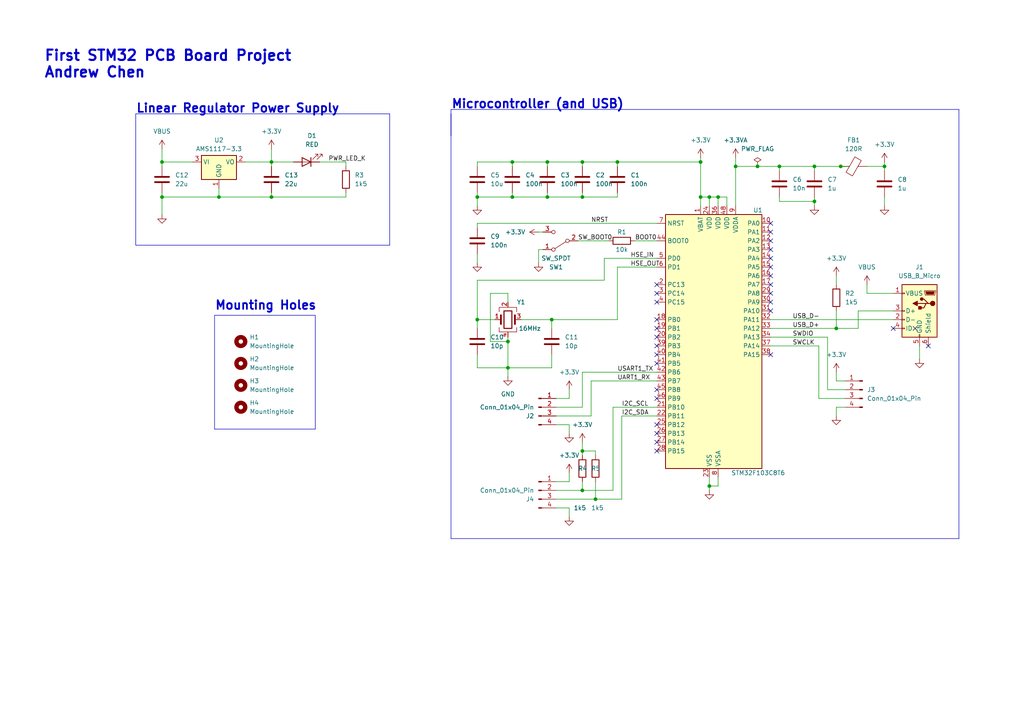
<source format=kicad_sch>
(kicad_sch (version 20230121) (generator eeschema)
  (paper "A4")
  (title_block (title "First Circuit Design Project") (date "2025-08-03") (company "Andrew Chen"))
  (lib_symbols
    (symbol "Connector:Conn_01x04_Pin" (pin_names (offset 1.016) hide)
      (property "Reference" "J" (at 0 5.08 0))
      (property "Value" "Conn_01x04_Pin" (at 0 -7.62 0))
      (symbol "Conn_01x04_Pin_1_1"
        (polyline (pts (xy 1.27 -5.08) (xy 0.8636 -5.08)) (stroke (width 0.1524)))
        (polyline (pts (xy 1.27 -2.54) (xy 0.8636 -2.54)) (stroke (width 0.1524)))
        (polyline (pts (xy 1.27 0) (xy 0.8636 0)) (stroke (width 0.1524)))
        (polyline (pts (xy 1.27 2.54) (xy 0.8636 2.54)) (stroke (width 0.1524)))
        (rectangle (start 0.8636 -4.953) (end 0 -5.207) (stroke (width 0.1524)) (fill (type outline)))
        (rectangle (start 0.8636 -2.413) (end 0 -2.667) (stroke (width 0.1524)) (fill (type outline)))
        (rectangle (start 0.8636 0.127) (end 0 -0.127) (stroke (width 0.1524)) (fill (type outline)))
        (rectangle (start 0.8636 2.667) (end 0 2.413) (stroke (width 0.1524)) (fill (type outline)))
        (pin passive line (at 5.08 2.54 180) (length 3.81) (name "Pin_1") (number "1"))
        (pin passive line (at 5.08 0 180) (length 3.81) (name "Pin_2") (number "2"))
        (pin passive line (at 5.08 -2.54 180) (length 3.81) (name "Pin_3") (number "3"))
        (pin passive line (at 5.08 -5.08 180) (length 3.81) (name "Pin_4") (number "4"))
      )
    )
    (symbol "Connector:USB_B_Micro" (pin_names (offset 1.016))
      (property "Reference" "J" (at -5.08 11.43 0))
      (property "Value" "USB_B_Micro" (at -5.08 8.89 0))
      (symbol "USB_B_Micro_0_1"
        (rectangle (start -5.08 -7.62) (end 5.08 7.62) (stroke (width 0.254)) (fill (type background)))
        (circle (center -3.81 2.159) (radius 0.635) (stroke (width 0.254)) (fill (type outline)))
        (circle (center -0.635 3.429) (radius 0.381) (stroke (width 0.254)) (fill (type outline)))
        (rectangle (start -0.127 -7.62) (end 0.127 -6.858))
        (polyline (pts (xy -1.905 2.159) (xy 0.635 2.159)) (stroke (width 0.254)))
        (polyline (pts (xy -3.175 2.159) (xy -2.54 2.159) (xy -1.27 3.429) (xy -0.635 3.429)) (stroke (width 0.254)))
        (polyline (pts (xy -2.54 2.159) (xy -1.905 2.159) (xy -1.27 0.889) (xy 0 0.889)) (stroke (width 0.254)))
        (polyline (pts (xy 0.635 2.794) (xy 0.635 1.524) (xy 1.905 2.159) (xy 0.635 2.794)) (stroke (width 0.254)) (fill (type outline)))
        (polyline (pts (xy -4.318 5.588) (xy -1.778 5.588) (xy -2.032 4.826) (xy -4.064 4.826) (xy -4.318 5.588)) (fill (type outline)))
        (polyline (pts (xy -4.699 5.842) (xy -4.699 5.588) (xy -4.445 4.826) (xy -4.445 4.572) (xy -1.651 4.572) (xy -1.651 4.826) (xy -1.397 5.588) (xy -1.397 5.842) (xy -4.699 5.842)))
        (rectangle (start 0.254 1.27) (end -0.508 0.508) (stroke (width 0.254)) (fill (type outline)))
        (rectangle (start 5.08 -5.207) (end 4.318 -4.953))
        (rectangle (start 5.08 -2.667) (end 4.318 -2.413))
        (rectangle (start 5.08 -0.127) (end 4.318 0.127))
        (rectangle (start 5.08 4.953) (end 4.318 5.207))
      )
      (symbol "USB_B_Micro_1_1"
        (pin power_out line (at 7.62 5.08 180) (length 2.54) (name "VBUS") (number "1"))
        (pin bidirectional line (at 7.62 -2.54 180) (length 2.54) (name "D-") (number "2"))
        (pin bidirectional line (at 7.62 0 180) (length 2.54) (name "D+") (number "3"))
        (pin passive line (at 7.62 -5.08 180) (length 2.54) (name "ID") (number "4"))
        (pin power_out line (at 0 -10.16 90) (length 2.54) (name "GND") (number "5"))
        (pin passive line (at -2.54 -10.16 90) (length 2.54) (name "Shield") (number "6"))
      )
    )
    (symbol "Device:C" (pin_numbers hide) (pin_names (offset 0.254))
      (property "Reference" "C" (at 0.635 2.54 0))
      (property "Value" "C" (at 0.635 -2.54 0))
      (symbol "C_0_1"
        (polyline (pts (xy -2.032 -0.762) (xy 2.032 -0.762)) (stroke (width 0.508)))
        (polyline (pts (xy -2.032 0.762) (xy 2.032 0.762)) (stroke (width 0.508)))
      )
      (symbol "C_1_1"
        (pin passive line (at 0 3.81 270) (length 2.794) (name "~") (number "1"))
        (pin passive line (at 0 -3.81 90) (length 2.794) (name "~") (number "2"))
      )
    )
    (symbol "Device:Crystal_GND24" (pin_names (offset 1.016) hide)
      (property "Reference" "Y" (at 3.175 5.08 0))
      (property "Value" "Crystal_GND24" (at 3.175 3.175 0))
      (symbol "Crystal_GND24_0_1"
        (rectangle (start -1.143 2.54) (end 1.143 -2.54) (stroke (width 0.3048)))
        (polyline (pts (xy -2.54 0) (xy -2.032 0)))
        (polyline (pts (xy -2.032 -1.27) (xy -2.032 1.27)) (stroke (width 0.508)))
        (polyline (pts (xy 0 -3.81) (xy 0 -3.556)))
        (polyline (pts (xy 0 3.556) (xy 0 3.81)))
        (polyline (pts (xy 2.032 -1.27) (xy 2.032 1.27)) (stroke (width 0.508)))
        (polyline (pts (xy 2.032 0) (xy 2.54 0)))
        (polyline (pts (xy -2.54 -2.286) (xy -2.54 -3.556) (xy 2.54 -3.556) (xy 2.54 -2.286)))
        (polyline (pts (xy -2.54 2.286) (xy -2.54 3.556) (xy 2.54 3.556) (xy 2.54 2.286)))
      )
      (symbol "Crystal_GND24_1_1"
        (pin passive line (at -3.81 0 0) (length 1.27) (name "1") (number "1"))
        (pin passive line (at 0 5.08 270) (length 1.27) (name "2") (number "2"))
        (pin passive line (at 3.81 0 180) (length 1.27) (name "3") (number "3"))
        (pin passive line (at 0 -5.08 90) (length 1.27) (name "4") (number "4"))
      )
    )
    (symbol "Device:FerriteBead" (pin_numbers hide) (pin_names (offset 0))
      (property "Reference" "FB" (at -3.81 0.635 90))
      (property "Value" "FerriteBead" (at 3.81 0 90))
      (symbol "FerriteBead_0_1"
        (polyline (pts (xy 0 -1.27) (xy 0 -1.2192)))
        (polyline (pts (xy 0 1.27) (xy 0 1.2954)))
        (polyline (pts (xy -2.7686 0.4064) (xy -1.7018 2.2606) (xy 2.7686 -0.3048) (xy 1.6764 -2.159) (xy -2.7686 0.4064)))
      )
      (symbol "FerriteBead_1_1"
        (pin passive line (at 0 3.81 270) (length 2.54) (name "~") (number "1"))
        (pin passive line (at 0 -3.81 90) (length 2.54) (name "~") (number "2"))
      )
    )
    (symbol "Device:LED" (pin_numbers hide) (pin_names (offset 1.016) hide)
      (property "Reference" "D" (at 0 2.54 0))
      (property "Value" "LED" (at 0 -2.54 0))
      (symbol "LED_0_1"
        (polyline (pts (xy -1.27 -1.27) (xy -1.27 1.27)) (stroke (width 0.254)))
        (polyline (pts (xy -1.27 0) (xy 1.27 0)))
        (polyline (pts (xy 1.27 -1.27) (xy 1.27 1.27) (xy -1.27 0) (xy 1.27 -1.27)) (stroke (width 0.254)))
        (polyline (pts (xy -3.048 -0.762) (xy -4.572 -2.286) (xy -3.81 -2.286) (xy -4.572 -2.286) (xy -4.572 -1.524)))
        (polyline (pts (xy -1.778 -0.762) (xy -3.302 -2.286) (xy -2.54 -2.286) (xy -3.302 -2.286) (xy -3.302 -1.524)))
      )
      (symbol "LED_1_1"
        (pin passive line (at -3.81 0 0) (length 2.54) (name "K") (number "1"))
        (pin passive line (at 3.81 0 180) (length 2.54) (name "A") (number "2"))
      )
    )
    (symbol "Device:R" (pin_numbers hide) (pin_names (offset 0))
      (property "Reference" "R" (at 2.032 0 90))
      (property "Value" "R" (at 0 0 90))
      (symbol "R_0_1"
        (rectangle (start -1.016 -2.54) (end 1.016 2.54) (stroke (width 0.254)))
      )
      (symbol "R_1_1"
        (pin passive line (at 0 3.81 270) (length 1.27) (name "~") (number "1"))
        (pin passive line (at 0 -3.81 90) (length 1.27) (name "~") (number "2"))
      )
    )
    (symbol "MCU_ST_STM32F1:STM32F103C8Tx"
      (property "Reference" "U" (at -12.7 39.37 0))
      (property "Value" "STM32F103C8Tx" (at 10.16 39.37 0))
      (symbol "STM32F103C8Tx_0_1"
        (rectangle (start -12.7 -35.56) (end 15.24 38.1) (stroke (width 0.254)) (fill (type background)))
      )
      (symbol "STM32F103C8Tx_1_1"
        (pin power_in line (at -2.54 40.64 270) (length 2.54) (name "VBAT") (number "1"))
        (pin bidirectional line (at 17.78 35.56 180) (length 2.54) (name "PA0") (number "10"))
        (pin bidirectional line (at 17.78 33.02 180) (length 2.54) (name "PA1") (number "11"))
        (pin bidirectional line (at 17.78 30.48 180) (length 2.54) (name "PA2") (number "12"))
        (pin bidirectional line (at 17.78 27.94 180) (length 2.54) (name "PA3") (number "13"))
        (pin bidirectional line (at 17.78 25.4 180) (length 2.54) (name "PA4") (number "14"))
        (pin bidirectional line (at 17.78 22.86 180) (length 2.54) (name "PA5") (number "15"))
        (pin bidirectional line (at 17.78 20.32 180) (length 2.54) (name "PA6") (number "16"))
        (pin bidirectional line (at 17.78 17.78 180) (length 2.54) (name "PA7") (number "17"))
        (pin bidirectional line (at -15.24 7.62 0) (length 2.54) (name "PB0") (number "18"))
        (pin bidirectional line (at -15.24 5.08 0) (length 2.54) (name "PB1") (number "19"))
        (pin bidirectional line (at -15.24 17.78 0) (length 2.54) (name "PC13") (number "2"))
        (pin bidirectional line (at -15.24 2.54 0) (length 2.54) (name "PB2") (number "20"))
        (pin bidirectional line (at -15.24 -17.78 0) (length 2.54) (name "PB10") (number "21"))
        (pin bidirectional line (at -15.24 -20.32 0) (length 2.54) (name "PB11") (number "22"))
        (pin power_in line (at 0 -38.1 90) (length 2.54) (name "VSS") (number "23"))
        (pin power_in line (at 0 40.64 270) (length 2.54) (name "VDD") (number "24"))
        (pin bidirectional line (at -15.24 -22.86 0) (length 2.54) (name "PB12") (number "25"))
        (pin bidirectional line (at -15.24 -25.4 0) (length 2.54) (name "PB13") (number "26"))
        (pin bidirectional line (at -15.24 -27.94 0) (length 2.54) (name "PB14") (number "27"))
        (pin bidirectional line (at -15.24 -30.48 0) (length 2.54) (name "PB15") (number "28"))
        (pin bidirectional line (at 17.78 15.24 180) (length 2.54) (name "PA8") (number "29"))
        (pin bidirectional line (at -15.24 15.24 0) (length 2.54) (name "PC14") (number "3"))
        (pin bidirectional line (at 17.78 12.7 180) (length 2.54) (name "PA9") (number "30"))
        (pin bidirectional line (at 17.78 10.16 180) (length 2.54) (name "PA10") (number "31"))
        (pin bidirectional line (at 17.78 7.62 180) (length 2.54) (name "PA11") (number "32"))
        (pin bidirectional line (at 17.78 5.08 180) (length 2.54) (name "PA12") (number "33"))
        (pin bidirectional line (at 17.78 2.54 180) (length 2.54) (name "PA13") (number "34"))
        (pin passive line (at 0 -38.1 90) (length 2.54) hide (name "VSS") (number "35"))
        (pin power_in line (at 2.54 40.64 270) (length 2.54) (name "VDD") (number "36"))
        (pin bidirectional line (at 17.78 0 180) (length 2.54) (name "PA14") (number "37"))
        (pin bidirectional line (at 17.78 -2.54 180) (length 2.54) (name "PA15") (number "38"))
        (pin bidirectional line (at -15.24 0 0) (length 2.54) (name "PB3") (number "39"))
        (pin bidirectional line (at -15.24 12.7 0) (length 2.54) (name "PC15") (number "4"))
        (pin bidirectional line (at -15.24 -2.54 0) (length 2.54) (name "PB4") (number "40"))
        (pin bidirectional line (at -15.24 -5.08 0) (length 2.54) (name "PB5") (number "41"))
        (pin bidirectional line (at -15.24 -7.62 0) (length 2.54) (name "PB6") (number "42"))
        (pin bidirectional line (at -15.24 -10.16 0) (length 2.54) (name "PB7") (number "43"))
        (pin input line (at -15.24 30.48 0) (length 2.54) (name "BOOT0") (number "44"))
        (pin bidirectional line (at -15.24 -12.7 0) (length 2.54) (name "PB8") (number "45"))
        (pin bidirectional line (at -15.24 -15.24 0) (length 2.54) (name "PB9") (number "46"))
        (pin passive line (at 0 -38.1 90) (length 2.54) hide (name "VSS") (number "47"))
        (pin power_in line (at 5.08 40.64 270) (length 2.54) (name "VDD") (number "48"))
        (pin bidirectional line (at -15.24 25.4 0) (length 2.54) (name "PD0") (number "5"))
        (pin bidirectional line (at -15.24 22.86 0) (length 2.54) (name "PD1") (number "6"))
        (pin input line (at -15.24 35.56 0) (length 2.54) (name "NRST") (number "7"))
        (pin power_in line (at 2.54 -38.1 90) (length 2.54) (name "VSSA") (number "8"))
        (pin power_in line (at 7.62 40.64 270) (length 2.54) (name "VDDA") (number "9"))
      )
    )
    (symbol "Mechanical:MountingHole" (pin_names (offset 1.016))
      (property "Reference" "H" (at 0 5.08 0))
      (property "Value" "MountingHole" (at 0 3.175 0))
      (symbol "MountingHole_0_1"
        (circle (center 0 0) (radius 1.27) (stroke (width 1.27)))
      )
    )
    (symbol "Regulator_Linear:AMS1117-3.3"
      (property "Reference" "U" (at -3.81 3.175 0))
      (property "Value" "AMS1117-3.3" (at 0 3.175 0))
      (symbol "AMS1117-3.3_0_1"
        (rectangle (start -5.08 -5.08) (end 5.08 1.905) (stroke (width 0.254)) (fill (type background)))
      )
      (symbol "AMS1117-3.3_1_1"
        (pin power_in line (at 0 -7.62 90) (length 2.54) (name "GND") (number "1"))
        (pin power_out line (at 7.62 0 180) (length 2.54) (name "VO") (number "2"))
        (pin power_in line (at -7.62 0 0) (length 2.54) (name "VI") (number "3"))
      )
    )
    (symbol "Switch:SW_SPDT" (pin_names (offset 0) hide)
      (property "Reference" "SW" (at 0 4.318 0))
      (property "Value" "SW_SPDT" (at 0 -5.08 0))
      (symbol "SW_SPDT_0_0"
        (circle (center -2.032 0) (radius 0.508))
        (circle (center 2.032 -2.54) (radius 0.508))
      )
      (symbol "SW_SPDT_0_1"
        (polyline (pts (xy -1.524 0.254) (xy 1.651 2.286)))
        (circle (center 2.032 2.54) (radius 0.508))
      )
      (symbol "SW_SPDT_1_1"
        (pin passive line (at 5.08 2.54 180) (length 2.54) (name "A") (number "1"))
        (pin passive line (at -5.08 0 0) (length 2.54) (name "B") (number "2"))
        (pin passive line (at 5.08 -2.54 180) (length 2.54) (name "C") (number "3"))
      )
    )
    (symbol "power:+3.3V" (power) (pin_names (offset 0))
      (property "Value" "+3.3V" (at 0 3.556 0))
      (symbol "+3.3V_0_1"
        (polyline (pts (xy -0.762 1.27) (xy 0 2.54)))
        (polyline (pts (xy 0 0) (xy 0 2.54)))
        (polyline (pts (xy 0 2.54) (xy 0.762 1.27)))
      )
      (symbol "+3.3V_1_1"
        (pin power_in line (at 0 0 90) (length 0) hide (name "+3.3V") (number "1"))
      )
    )
    (symbol "power:+3.3VA" (power) (pin_names (offset 0))
      (property "Value" "+3.3VA" (at 0 3.556 0))
      (symbol "+3.3VA_0_1"
        (polyline (pts (xy -0.762 1.27) (xy 0 2.54)))
        (polyline (pts (xy 0 0) (xy 0 2.54)))
        (polyline (pts (xy 0 2.54) (xy 0.762 1.27)))
      )
      (symbol "+3.3VA_1_1"
        (pin power_in line (at 0 0 90) (length 0) hide (name "+3.3VA") (number "1"))
      )
    )
    (symbol "power:GND" (power) (pin_names (offset 0))
      (property "Value" "GND" (at 0 -3.81 0))
      (symbol "GND_0_1"
        (polyline (pts (xy 0 0) (xy 0 -1.27) (xy 1.27 -1.27) (xy 0 -2.54) (xy -1.27 -1.27) (xy 0 -1.27)))
      )
      (symbol "GND_1_1"
        (pin power_in line (at 0 0 270) (length 0) hide (name "GND") (number "1"))
      )
    )
    (symbol "power:PWR_FLAG" (power) (pin_numbers hide) (pin_names (offset 0) hide)
      (property "Value" "PWR_FLAG" (at 0 3.81 0))
      (symbol "PWR_FLAG_0_0"
        (pin power_out line (at 0 0 90) (length 0) (name "pwr") (number "1"))
      )
      (symbol "PWR_FLAG_0_1"
        (polyline (pts (xy 0 0) (xy 0 1.27) (xy -1.016 1.905) (xy 0 2.54) (xy 1.016 1.905) (xy 0 1.27)))
      )
    )
    (symbol "power:VBUS" (power) (pin_names (offset 0))
      (property "Value" "VBUS" (at 0 3.81 0))
      (symbol "VBUS_0_1"
        (polyline (pts (xy -0.762 1.27) (xy 0 2.54)))
        (polyline (pts (xy 0 0) (xy 0 2.54)))
        (polyline (pts (xy 0 2.54) (xy 0.762 1.27)))
      )
      (symbol "VBUS_1_1"
        (pin power_in line (at 0 0 90) (length 0) hide (name "VBUS") (number "1"))
      )
    )
  )
  (junction (at 63.5 57.15))
  (junction (at 205.74 57.15))
  (junction (at 78.74 46.99))
  (junction (at 160.02 92.71))
  (junction (at 148.59 57.15))
  (junction (at 78.74 57.15))
  (junction (at 243.84 48.26))
  (junction (at 46.99 57.15))
  (junction (at 208.28 57.15))
  (junction (at 138.43 92.71))
  (junction (at 158.75 46.99))
  (junction (at 179.07 46.99))
  (junction (at 256.54 48.26))
  (junction (at 148.59 46.99))
  (junction (at 203.2 57.15))
  (junction (at 219.71 48.26))
  (junction (at 168.91 46.99))
  (junction (at 168.91 57.15))
  (junction (at 236.22 58.42))
  (junction (at 147.32 106.68))
  (junction (at 158.75 57.15))
  (junction (at 172.72 144.78))
  (junction (at 242.57 95.25))
  (junction (at 213.36 48.26))
  (junction (at 205.74 140.97))
  (junction (at 203.2 46.99))
  (junction (at 226.06 48.26))
  (junction (at 168.91 142.24))
  (junction (at 46.99 46.99))
  (junction (at 168.91 130.81))
  (junction (at 138.43 57.15))
  (junction (at 236.22 48.26))
  (junction (at 147.32 99.06))
  (no_connect (at 223.52 77.47))
  (no_connect (at 190.5 97.79))
  (no_connect (at 190.5 125.73))
  (no_connect (at 223.52 80.01))
  (no_connect (at 259.08 95.25))
  (no_connect (at 223.52 67.31))
  (no_connect (at 223.52 72.39))
  (no_connect (at 190.5 113.03))
  (no_connect (at 190.5 115.57))
  (no_connect (at 223.52 74.93))
  (no_connect (at 190.5 130.81))
  (no_connect (at 190.5 105.41))
  (no_connect (at 190.5 128.27))
  (no_connect (at 223.52 82.55))
  (no_connect (at 223.52 90.17))
  (no_connect (at 190.5 87.63))
  (no_connect (at 190.5 123.19))
  (no_connect (at 190.5 92.71))
  (no_connect (at 265.43 95.25))
  (no_connect (at 223.52 102.87))
  (no_connect (at 269.24 100.33))
  (no_connect (at 190.5 82.55))
  (no_connect (at 223.52 85.09))
  (no_connect (at 190.5 95.25))
  (no_connect (at 223.52 87.63))
  (no_connect (at 190.5 100.33))
  (no_connect (at 223.52 69.85))
  (no_connect (at 190.5 102.87))
  (no_connect (at 190.5 85.09))
  (no_connect (at 223.52 64.77))
  (wire (pts (xy 248.92 95.25) (xy 248.92 90.17)))
  (wire (pts (xy 148.59 55.88) (xy 148.59 57.15)))
  (wire (pts (xy 147.32 106.68) (xy 147.32 109.22)))
  (wire (pts (xy 208.28 138.43) (xy 208.28 140.97)))
  (polyline (pts (xy 278.13 31.75) (xy 130.81 31.75)))
  (wire (pts (xy 180.34 120.65) (xy 190.5 120.65)))
  (wire (pts (xy 138.43 102.87) (xy 138.43 106.68)))
  (wire (pts (xy 138.43 57.15) (xy 148.59 57.15)))
  (wire (pts (xy 165.1 137.16) (xy 165.1 139.7)))
  (wire (pts (xy 147.32 99.06) (xy 147.32 106.68)))
  (wire (pts (xy 223.52 92.71) (xy 259.08 92.71)))
  (wire (pts (xy 208.28 57.15) (xy 208.28 59.69)))
  (wire (pts (xy 160.02 92.71) (xy 179.07 92.71)))
  (polyline (pts (xy 62.23 124.46) (xy 91.44 124.46)))
  (wire (pts (xy 158.75 46.99) (xy 158.75 48.26)))
  (polyline (pts (xy 39.37 71.12) (xy 113.03 71.12)))
  (wire (pts (xy 226.06 48.26) (xy 236.22 48.26)))
  (wire (pts (xy 171.45 110.49) (xy 190.5 110.49)))
  (wire (pts (xy 138.43 46.99) (xy 148.59 46.99)))
  (wire (pts (xy 242.57 107.95) (xy 242.57 110.49)))
  (wire (pts (xy 175.26 81.28) (xy 175.26 74.93)))
  (wire (pts (xy 236.22 58.42) (xy 236.22 59.69)))
  (wire (pts (xy 161.29 120.65) (xy 171.45 120.65)))
  (wire (pts (xy 179.07 92.71) (xy 179.07 77.47)))
  (wire (pts (xy 171.45 110.49) (xy 171.45 120.65)))
  (wire (pts (xy 71.12 46.99) (xy 78.74 46.99)))
  (wire (pts (xy 219.71 48.26) (xy 226.06 48.26)))
  (wire (pts (xy 256.54 46.99) (xy 256.54 48.26)))
  (wire (pts (xy 242.57 95.25) (xy 248.92 95.25)))
  (wire (pts (xy 147.32 106.68) (xy 160.02 106.68)))
  (wire (pts (xy 138.43 92.71) (xy 138.43 81.28)))
  (wire (pts (xy 242.57 120.65) (xy 242.57 118.11)))
  (wire (pts (xy 205.74 140.97) (xy 208.28 140.97)))
  (wire (pts (xy 243.84 48.26) (xy 246.38 48.26)))
  (wire (pts (xy 223.52 95.25) (xy 242.57 95.25)))
  (wire (pts (xy 256.54 57.15) (xy 256.54 59.69)))
  (wire (pts (xy 167.64 69.85) (xy 176.53 69.85)))
  (wire (pts (xy 237.49 115.57) (xy 245.11 115.57)))
  (wire (pts (xy 223.52 97.79) (xy 240.03 97.79)))
  (wire (pts (xy 242.57 90.17) (xy 242.57 95.25)))
  (wire (pts (xy 168.91 46.99) (xy 179.07 46.99)))
  (polyline (pts (xy 39.37 33.02) (xy 113.03 33.02)))
  (wire (pts (xy 184.15 69.85) (xy 190.5 69.85)))
  (wire (pts (xy 78.74 46.99) (xy 78.74 48.26)))
  (polyline (pts (xy 278.13 156.21) (xy 278.13 31.75)))
  (polyline (pts (xy 130.81 33.02) (xy 130.81 156.21)))
  (wire (pts (xy 180.34 144.78) (xy 172.72 144.78)))
  (wire (pts (xy 177.8 118.11) (xy 177.8 142.24)))
  (wire (pts (xy 138.43 64.77) (xy 190.5 64.77)))
  (wire (pts (xy 172.72 132.08) (xy 172.72 130.81)))
  (wire (pts (xy 168.91 107.95) (xy 190.5 107.95)))
  (wire (pts (xy 208.28 57.15) (xy 205.74 57.15)))
  (wire (pts (xy 100.33 46.99) (xy 100.33 48.26)))
  (wire (pts (xy 138.43 64.77) (xy 138.43 66.04)))
  (wire (pts (xy 240.03 113.03) (xy 245.11 113.03)))
  (wire (pts (xy 138.43 48.26) (xy 138.43 46.99)))
  (wire (pts (xy 142.24 85.09) (xy 142.24 99.06)))
  (wire (pts (xy 156.21 72.39) (xy 157.48 72.39)))
  (wire (pts (xy 168.91 128.27) (xy 168.91 130.81)))
  (wire (pts (xy 203.2 46.99) (xy 203.2 57.15)))
  (wire (pts (xy 205.74 57.15) (xy 203.2 57.15)))
  (wire (pts (xy 251.46 82.55) (xy 251.46 85.09)))
  (wire (pts (xy 148.59 46.99) (xy 148.59 48.26)))
  (wire (pts (xy 266.7 100.33) (xy 266.7 104.14)))
  (polyline (pts (xy 62.23 91.44) (xy 91.44 91.44)))
  (wire (pts (xy 175.26 74.93) (xy 190.5 74.93)))
  (wire (pts (xy 179.07 55.88) (xy 179.07 57.15)))
  (wire (pts (xy 143.51 92.71) (xy 138.43 92.71)))
  (wire (pts (xy 138.43 55.88) (xy 138.43 57.15)))
  (wire (pts (xy 138.43 92.71) (xy 138.43 95.25)))
  (wire (pts (xy 147.32 87.63) (xy 147.32 85.09)))
  (wire (pts (xy 151.13 92.71) (xy 160.02 92.71)))
  (wire (pts (xy 223.52 100.33) (xy 237.49 100.33)))
  (wire (pts (xy 213.36 48.26) (xy 219.71 48.26)))
  (wire (pts (xy 138.43 57.15) (xy 138.43 59.69)))
  (wire (pts (xy 236.22 57.15) (xy 236.22 58.42)))
  (wire (pts (xy 180.34 120.65) (xy 180.34 144.78)))
  (wire (pts (xy 168.91 55.88) (xy 168.91 57.15)))
  (wire (pts (xy 203.2 57.15) (xy 203.2 59.69)))
  (wire (pts (xy 168.91 130.81) (xy 172.72 130.81)))
  (wire (pts (xy 46.99 57.15) (xy 46.99 55.88)))
  (wire (pts (xy 165.1 149.86) (xy 165.1 147.32)))
  (wire (pts (xy 177.8 142.24) (xy 168.91 142.24)))
  (wire (pts (xy 100.33 55.88) (xy 100.33 57.15)))
  (wire (pts (xy 242.57 110.49) (xy 245.11 110.49)))
  (wire (pts (xy 240.03 97.79) (xy 240.03 113.03)))
  (wire (pts (xy 205.74 59.69) (xy 205.74 57.15)))
  (wire (pts (xy 251.46 48.26) (xy 256.54 48.26)))
  (wire (pts (xy 226.06 57.15) (xy 226.06 58.42)))
  (wire (pts (xy 168.91 139.7) (xy 168.91 142.24)))
  (wire (pts (xy 165.1 113.03) (xy 165.1 115.57)))
  (wire (pts (xy 46.99 43.18) (xy 46.99 46.99)))
  (polyline (pts (xy 130.81 31.75) (xy 130.81 39.37)))
  (wire (pts (xy 251.46 85.09) (xy 259.08 85.09)))
  (wire (pts (xy 161.29 147.32) (xy 165.1 147.32)))
  (polyline (pts (xy 91.44 124.46) (xy 91.44 91.44)))
  (wire (pts (xy 237.49 100.33) (xy 237.49 115.57)))
  (wire (pts (xy 78.74 55.88) (xy 78.74 57.15)))
  (wire (pts (xy 160.02 92.71) (xy 160.02 95.25)))
  (wire (pts (xy 148.59 57.15) (xy 158.75 57.15)))
  (wire (pts (xy 147.32 85.09) (xy 142.24 85.09)))
  (wire (pts (xy 148.59 46.99) (xy 158.75 46.99)))
  (wire (pts (xy 168.91 48.26) (xy 168.91 46.99)))
  (wire (pts (xy 179.07 77.47) (xy 190.5 77.47)))
  (wire (pts (xy 203.2 45.72) (xy 203.2 46.99)))
  (wire (pts (xy 158.75 46.99) (xy 168.91 46.99)))
  (wire (pts (xy 63.5 54.61) (xy 63.5 57.15)))
  (polyline (pts (xy 113.03 71.12) (xy 113.03 33.02)))
  (wire (pts (xy 63.5 57.15) (xy 46.99 57.15)))
  (wire (pts (xy 78.74 57.15) (xy 63.5 57.15)))
  (wire (pts (xy 179.07 48.26) (xy 179.07 46.99)))
  (wire (pts (xy 236.22 49.53) (xy 236.22 48.26)))
  (wire (pts (xy 158.75 55.88) (xy 158.75 57.15)))
  (wire (pts (xy 46.99 57.15) (xy 46.99 62.23)))
  (wire (pts (xy 226.06 58.42) (xy 236.22 58.42)))
  (wire (pts (xy 161.29 115.57) (xy 165.1 115.57)))
  (wire (pts (xy 161.29 142.24) (xy 168.91 142.24)))
  (wire (pts (xy 138.43 73.66) (xy 138.43 76.2)))
  (wire (pts (xy 46.99 46.99) (xy 55.88 46.99)))
  (wire (pts (xy 92.71 46.99) (xy 100.33 46.99)))
  (wire (pts (xy 172.72 139.7) (xy 172.72 144.78)))
  (wire (pts (xy 210.82 57.15) (xy 208.28 57.15)))
  (wire (pts (xy 160.02 102.87) (xy 160.02 106.68)))
  (wire (pts (xy 46.99 48.26) (xy 46.99 46.99)))
  (wire (pts (xy 161.29 118.11) (xy 168.91 118.11)))
  (wire (pts (xy 147.32 97.79) (xy 147.32 99.06)))
  (wire (pts (xy 256.54 48.26) (xy 256.54 49.53)))
  (wire (pts (xy 205.74 138.43) (xy 205.74 140.97)))
  (wire (pts (xy 78.74 57.15) (xy 100.33 57.15)))
  (wire (pts (xy 138.43 106.68) (xy 147.32 106.68)))
  (wire (pts (xy 158.75 57.15) (xy 168.91 57.15)))
  (wire (pts (xy 161.29 139.7) (xy 165.1 139.7)))
  (wire (pts (xy 248.92 90.17) (xy 259.08 90.17)))
  (wire (pts (xy 161.29 123.19) (xy 165.1 123.19)))
  (wire (pts (xy 165.1 123.19) (xy 165.1 125.73)))
  (wire (pts (xy 168.91 130.81) (xy 168.91 132.08)))
  (wire (pts (xy 168.91 107.95) (xy 168.91 118.11)))
  (wire (pts (xy 177.8 118.11) (xy 190.5 118.11)))
  (polyline (pts (xy 130.81 156.21) (xy 278.13 156.21)))
  (wire (pts (xy 78.74 46.99) (xy 85.09 46.99)))
  (wire (pts (xy 161.29 144.78) (xy 172.72 144.78)))
  (polyline (pts (xy 62.23 91.44) (xy 62.23 124.46)))
  (wire (pts (xy 242.57 118.11) (xy 245.11 118.11)))
  (wire (pts (xy 179.07 46.99) (xy 203.2 46.99)))
  (wire (pts (xy 236.22 48.26) (xy 243.84 48.26)))
  (wire (pts (xy 156.21 67.31) (xy 157.48 67.31)))
  (wire (pts (xy 78.74 43.18) (xy 78.74 46.99)))
  (wire (pts (xy 210.82 59.69) (xy 210.82 57.15)))
  (wire (pts (xy 142.24 99.06) (xy 147.32 99.06)))
  (wire (pts (xy 156.21 76.2) (xy 156.21 72.39)))
  (polyline (pts (xy 39.37 33.02) (xy 39.37 71.12)))
  (wire (pts (xy 242.57 80.01) (xy 242.57 82.55)))
  (wire (pts (xy 226.06 49.53) (xy 226.06 48.26)))
  (wire (pts (xy 138.43 81.28) (xy 175.26 81.28)))
  (wire (pts (xy 213.36 45.72) (xy 213.36 48.26)))
  (wire (pts (xy 205.74 140.97) (xy 205.74 142.24)))
  (wire (pts (xy 168.91 57.15) (xy 179.07 57.15)))
  (wire (pts (xy 213.36 48.26) (xy 213.36 59.69)))
  (text "Mounting Holes" (at 62.23 90.17 0) (effects (font (size 2.5 2.5) bold) (justify left bottom)))
  (text "Microcontroller (and USB)" (at 130.81 31.75 0) (effects (font (size 2.5 2.5) (thickness 0.5) bold) (justify left bottom)))
  (text "Linear Regulator Power Supply\n" (at 39.37 33.02 0) (effects (font (size 2.5 2.5) (thickness 0.5) bold) (justify left bottom)))
  (text "First STM32 PCB Board Project\nAndrew Chen" (at 12.7 22.86 0) (effects (font (size 3 3) (thickness 0.6) bold) (justify left bottom)))
  (label "I2C_SDA" (at 180.34 120.65 0))
  (label "SWCLK" (at 229.87 100.33 0))
  (label "UART1_RX" (at 179.07 110.49 0))
  (label "USART1_TX" (at 179.07 107.95 0))
  (label "HSE_IN" (at 182.88 74.93 0))
  (label "USB_D+" (at 229.87 95.25 0))
  (label "BOOT0" (at 184.15 69.85 0))
  (label "NRST" (at 171.45 64.77 0))
  (label "PWR_LED_K" (at 95.25 46.99 0))
  (label "SW_BOOT0" (at 167.64 69.85 0))
  (label "HSE_OUT" (at 182.88 77.47 0))
  (label "SWDIO" (at 229.87 97.79 0))
  (label "I2C_SCL" (at 180.34 118.11 0))
  (label "USB_D-" (at 229.87 92.71 0))
  (symbol (lib_id "power:GND") (at 266.7 104.14 0) (unit 1)
    (property "Reference" "#PWR012" (effects hide))
    (property "Value" "GND" (effects hide))
  )
  (symbol (lib_id "power:+3.3V") (at 203.2 45.72 0) (unit 1)
    (property "Reference" "#PWR02" (effects hide))
    (property "Value" "+3.3V" (at 203.2 40.64 0))
  )
  (symbol (lib_id "Device:Crystal_GND24") (at 147.32 92.71 0) (unit 1)
    (property "Reference" "Y1" (at 151.13 87.63 0))
    (property "Value" "16MHz" (at 153.67 95.25 0))
    (property "Footprint" "Crystal:Crystal_SMD_3225-4Pin_3.2x2.5mm" (effects hide))
  )
  (symbol (lib_id "power:GND") (at 138.43 76.2 0) (unit 1)
    (property "Reference" "#PWR08" (effects hide))
    (property "Value" "GND" (effects hide))
  )
  (symbol (lib_id "Device:C") (at 78.74 52.07 0) (unit 1)
    (property "Reference" "C13" (at 82.55 50.8 0) (effects (justify left)))
    (property "Value" "22u" (at 82.55 53.34 0) (effects (justify left)))
    (property "Footprint" "Capacitor_SMD:C_0805_2012Metric" (effects hide))
  )
  (symbol (lib_id "Device:LED") (at 88.9 46.99 180) (unit 1)
    (property "Reference" "D1" (at 90.4875 39.37 0))
    (property "Value" "RED" (at 90.4875 41.91 0))
    (property "Footprint" "LED_SMD:LED_0603_1608Metric" (effects hide))
  )
  (symbol (lib_id "Device:R") (at 168.91 135.89 0) (unit 1)
    (property "Reference" "R4" (at 167.64 135.89 0) (effects (justify left)))
    (property "Value" "1k5" (at 166.37 147.32 0) (effects (justify left)))
    (property "Footprint" "Resistor_SMD:R_0402_1005Metric" (effects hide))
  )
  (symbol (lib_id "Device:C") (at 138.43 69.85 0) (unit 1)
    (property "Reference" "C9" (at 142.24 68.58 0) (effects (justify left)))
    (property "Value" "100n" (at 142.24 71.12 0) (effects (justify left)))
    (property "Footprint" "Capacitor_SMD:C_0402_1005Metric" (effects hide))
  )
  (symbol (lib_id "power:GND") (at 236.22 59.69 0) (unit 1)
    (property "Reference" "#PWR05" (effects hide))
    (property "Value" "GND" (effects hide))
  )
  (symbol (lib_id "power:VBUS") (at 251.46 82.55 0) (unit 1)
    (property "Reference" "#PWR013" (effects hide))
    (property "Value" "VBUS" (at 251.46 77.47 0))
  )
  (symbol (lib_id "power:PWR_FLAG") (at 219.71 48.26 0) (unit 1)
    (property "Reference" "#FLG01" (effects hide))
    (property "Value" "PWR_FLAG" (at 219.71 43.18 0))
  )
  (symbol (lib_id "Device:FerriteBead") (at 247.65 48.26 90) (unit 1)
    (property "Reference" "FB1" (at 247.5992 40.64 90))
    (property "Value" "120R" (at 247.5992 43.18 90))
    (property "Footprint" "Inductor_SMD:L_0603_1608Metric" (effects hide))
  )
  (symbol (lib_id "power:+3.3V") (at 242.57 107.95 0) (unit 1)
    (property "Reference" "#PWR015" (effects hide))
    (property "Value" "+3.3V" (at 242.57 102.87 0))
  )
  (symbol (lib_id "Device:C") (at 160.02 99.06 0) (unit 1)
    (property "Reference" "C11" (at 163.83 97.79 0) (effects (justify left)))
    (property "Value" "10p" (at 163.83 100.33 0) (effects (justify left)))
    (property "Footprint" "Capacitor_SMD:C_0402_1005Metric" (effects hide))
  )
  (symbol (lib_id "power:GND") (at 256.54 59.69 0) (unit 1)
    (property "Reference" "#PWR06" (effects hide))
    (property "Value" "GND" (effects hide))
  )
  (symbol (lib_id "power:GND") (at 242.57 120.65 0) (unit 1)
    (property "Reference" "#PWR016" (effects hide))
    (property "Value" "GND" (effects hide))
  )
  (symbol (lib_id "Connector:Conn_01x04_Pin") (at 156.21 142.24 0) (unit 1)
    (property "Reference" "J4" (at 154.94 144.78 0) (effects (justify right)))
    (property "Value" "Conn_01x04_Pin" (at 154.94 142.24 0) (effects (justify right)))
    (property "Footprint" "Connector_PinHeader_2.54mm:PinHeader_1x04_P2.54mm_Vertical" (effects hide))
  )
  (symbol (lib_id "Device:C") (at 158.75 52.07 0) (unit 1)
    (property "Reference" "C3" (at 162.56 50.8 0) (effects (justify left)))
    (property "Value" "100n" (at 162.56 53.34 0) (effects (justify left)))
    (property "Footprint" "Capacitor_SMD:C_0402_1005Metric" (effects hide))
  )
  (symbol (lib_id "power:GND") (at 138.43 59.69 0) (unit 1)
    (property "Reference" "#PWR03" (effects hide))
    (property "Value" "GND" (effects hide))
  )
  (symbol (lib_id "power:GND") (at 46.99 62.23 0) (unit 1)
    (property "Reference" "#PWR017" (effects hide))
    (property "Value" "GND" (effects hide))
  )
  (symbol (lib_id "Device:C") (at 138.43 99.06 0) (unit 1)
    (property "Reference" "C10" (at 142.24 97.79 0) (effects (justify left)))
    (property "Value" "10p" (at 142.24 100.33 0) (effects (justify left)))
    (property "Footprint" "Capacitor_SMD:C_0402_1005Metric" (effects hide))
  )
  (symbol (lib_id "Device:C") (at 236.22 53.34 0) (unit 1)
    (property "Reference" "C7" (at 240.03 52.07 0) (effects (justify left)))
    (property "Value" "1u" (at 240.03 54.61 0) (effects (justify left)))
    (property "Footprint" "Capacitor_SMD:C_0402_1005Metric" (effects hide))
  )
  (symbol (lib_id "power:+3.3V") (at 242.57 80.01 0) (unit 1)
    (property "Reference" "#PWR014" (effects hide))
    (property "Value" "+3.3V" (at 242.57 74.93 0))
  )
  (symbol (lib_id "Mechanical:MountingHole") (at 69.85 99.06 0) (unit 1)
    (property "Reference" "H1" (at 72.39 97.79 0) (effects (justify left)))
    (property "Value" "MountingHole" (at 72.39 100.33 0) (effects (justify left)))
    (property "Footprint" "MountingHole:MountingHole_2.2mm_M2" (effects hide))
  )
  (symbol (lib_id "Device:C") (at 168.91 52.07 0) (unit 1)
    (property "Reference" "C2" (at 172.72 50.8 0) (effects (justify left)))
    (property "Value" "100n" (at 172.72 53.34 0) (effects (justify left)))
    (property "Footprint" "Capacitor_SMD:C_0402_1005Metric" (effects hide))
  )
  (symbol (lib_id "Mechanical:MountingHole") (at 69.85 118.11 0) (unit 1)
    (property "Reference" "H4" (at 72.39 116.84 0) (effects (justify left)))
    (property "Value" "MountingHole" (at 72.39 119.38 0) (effects (justify left)))
    (property "Footprint" "MountingHole:MountingHole_2.2mm_M2" (effects hide))
  )
  (symbol (lib_id "power:+3.3V") (at 156.21 67.31 90) (unit 1)
    (property "Reference" "#PWR010" (effects hide))
    (property "Value" "+3.3V" (at 152.4 67.31 90) (effects (justify left)))
  )
  (symbol (lib_id "Connector:USB_B_Micro") (at 266.7 90.17 0) (mirror y) (unit 1)
    (property "Reference" "J1" (at 266.7 77.47 0))
    (property "Value" "USB_B_Micro" (at 266.7 80.01 0))
    (property "Footprint" "Connector_USB:USB_Micro-B_Wuerth_629105150521" (effects hide))
  )
  (symbol (lib_id "Device:C") (at 226.06 53.34 0) (unit 1)
    (property "Reference" "C6" (at 229.87 52.07 0) (effects (justify left)))
    (property "Value" "10n" (at 229.87 54.61 0) (effects (justify left)))
    (property "Footprint" "Capacitor_SMD:C_0402_1005Metric" (effects hide))
  )
  (symbol (lib_id "power:VBUS") (at 46.99 43.18 0) (unit 1)
    (property "Reference" "#PWR018" (effects hide))
    (property "Value" "VBUS" (at 46.99 38.1 0))
  )
  (symbol (lib_id "Device:C") (at 256.54 53.34 0) (unit 1)
    (property "Reference" "C8" (at 260.35 52.07 0) (effects (justify left)))
    (property "Value" "1u" (at 260.35 54.61 0) (effects (justify left)))
    (property "Footprint" "Capacitor_SMD:C_0402_1005Metric" (effects hide))
  )
  (symbol (lib_id "power:+3.3V") (at 256.54 46.99 0) (unit 1)
    (property "Reference" "#PWR07" (effects hide))
    (property "Value" "+3.3V" (at 256.54 41.91 0))
  )
  (symbol (lib_id "power:GND") (at 147.32 109.22 0) (unit 1)
    (property "Reference" "#PWR011" (effects hide))
    (property "Value" "GND" (at 147.32 114.3 0))
  )
  (symbol (lib_id "Device:C") (at 148.59 52.07 0) (unit 1)
    (property "Reference" "C4" (at 152.4 50.8 0) (effects (justify left)))
    (property "Value" "100n" (at 152.4 53.34 0) (effects (justify left)))
    (property "Footprint" "Capacitor_SMD:C_0402_1005Metric" (effects hide))
  )
  (symbol (lib_id "Mechanical:MountingHole") (at 69.85 105.41 0) (unit 1)
    (property "Reference" "H2" (at 72.39 104.14 0) (effects (justify left)))
    (property "Value" "MountingHole" (at 72.39 106.68 0) (effects (justify left)))
    (property "Footprint" "MountingHole:MountingHole_2.2mm_M2" (effects hide))
  )
  (symbol (lib_id "power:GND") (at 165.1 125.73 0) (unit 1)
    (property "Reference" "#PWR023" (effects hide))
    (property "Value" "GND" (effects hide))
  )
  (symbol (lib_id "Device:R") (at 172.72 135.89 0) (unit 1)
    (property "Reference" "R5" (at 171.45 135.89 0) (effects (justify left)))
    (property "Value" "1k5" (at 171.45 147.32 0) (effects (justify left)))
    (property "Footprint" "Resistor_SMD:R_0402_1005Metric" (effects hide))
  )
  (symbol (lib_id "Connector:Conn_01x04_Pin") (at 250.19 113.03 0) (mirror y) (unit 1)
    (property "Reference" "J3" (at 251.46 113.03 0) (effects (justify right)))
    (property "Value" "Conn_01x04_Pin" (at 251.46 115.57 0) (effects (justify right)))
    (property "Footprint" "Connector_PinHeader_2.54mm:PinHeader_1x04_P2.54mm_Vertical" (effects hide))
  )
  (symbol (lib_id "MCU_ST_STM32F1:STM32F103C8Tx") (at 205.74 100.33 0) (unit 1)
    (property "Reference" "U1" (at 218.44 60.96 0) (effects (justify left)))
    (property "Value" "STM32F103C8T6" (at 212.09 137.16 0) (effects (justify left)))
    (property "Footprint" "Package_QFP:LQFP-48_7x7mm_P0.5mm" (effects hide))
    (property "Datasheet" "https://www.st.com/resource/en/datasheet/stm32f103c8.pdf" (effects hide))
  )
  (symbol (lib_id "power:GND") (at 165.1 149.86 0) (unit 1)
    (property "Reference" "#PWR022" (effects hide))
    (property "Value" "GND" (effects hide))
  )
  (symbol (lib_id "Device:C") (at 138.43 52.07 0) (unit 1)
    (property "Reference" "C5" (at 142.24 50.8 0) (effects (justify left)))
    (property "Value" "10u" (at 142.24 53.34 0) (effects (justify left)))
    (property "Footprint" "Capacitor_SMD:C_0603_1608Metric" (effects hide))
  )
  (symbol (lib_id "power:+3.3V") (at 78.74 43.18 0) (unit 1)
    (property "Reference" "#PWR019" (effects hide))
    (property "Value" "+3.3V" (at 78.74 38.1 0))
  )
  (symbol (lib_id "power:+3.3V") (at 165.1 113.03 0) (unit 1)
    (property "Reference" "#PWR020" (effects hide))
    (property "Value" "+3.3V" (at 165.1 107.95 0))
  )
  (symbol (lib_id "power:GND") (at 205.74 142.24 0) (unit 1)
    (property "Reference" "#PWR01" (effects hide))
    (property "Value" "GND" (effects hide))
  )
  (symbol (lib_id "power:+3.3VA") (at 213.36 45.72 0) (unit 1)
    (property "Reference" "#PWR04" (effects hide))
    (property "Value" "+3.3VA" (at 213.36 40.64 0))
  )
  (symbol (lib_id "Device:R") (at 180.34 69.85 90) (unit 1)
    (property "Reference" "R1" (at 180.34 67.31 90))
    (property "Value" "10k" (at 180.34 72.39 90))
    (property "Footprint" "Resistor_SMD:R_0402_1005Metric" (effects hide))
  )
  (symbol (lib_id "Device:C") (at 179.07 52.07 0) (unit 1)
    (property "Reference" "C1" (at 182.88 50.8 0) (effects (justify left)))
    (property "Value" "100n" (at 182.88 53.34 0) (effects (justify left)))
    (property "Footprint" "Capacitor_SMD:C_0402_1005Metric" (effects hide))
  )
  (symbol (lib_id "Device:R") (at 100.33 52.07 0) (unit 1)
    (property "Reference" "R3" (at 102.87 50.8 0) (effects (justify left)))
    (property "Value" "1k5" (at 102.87 53.34 0) (effects (justify left)))
    (property "Footprint" "Resistor_SMD:R_0402_1005Metric" (effects hide))
  )
  (symbol (lib_id "power:GND") (at 156.21 76.2 0) (unit 1)
    (property "Reference" "#PWR09" (effects hide))
    (property "Value" "GND" (effects hide))
  )
  (symbol (lib_id "Connector:Conn_01x04_Pin") (at 156.21 118.11 0) (unit 1)
    (property "Reference" "J2" (at 154.94 120.65 0) (effects (justify right)))
    (property "Value" "Conn_01x04_Pin" (at 154.94 118.11 0) (effects (justify right)))
    (property "Footprint" "Connector_PinHeader_2.54mm:PinHeader_1x04_P2.54mm_Vertical" (effects hide))
  )
  (symbol (lib_id "Switch:SW_SPDT") (at 162.56 69.85 180) (unit 1)
    (property "Reference" "SW1" (at 161.29 77.47 0))
    (property "Value" "SW_SPDT" (at 161.29 74.93 0))
    (property "Footprint" "Button_Switch_SMD:SW_SPDT_PCM12" (effects hide))
  )
  (symbol (lib_id "power:+3.3V") (at 165.1 137.16 0) (unit 1)
    (property "Reference" "#PWR021" (effects hide))
    (property "Value" "+3.3V" (at 165.1 132.08 0))
  )
  (symbol (lib_id "power:+3.3V") (at 168.91 128.27 0) (unit 1)
    (property "Reference" "#PWR024" (effects hide))
    (property "Value" "+3.3V" (at 168.91 123.19 0))
  )
  (symbol (lib_id "Mechanical:MountingHole") (at 69.85 111.76 0) (unit 1)
    (property "Reference" "H3" (at 72.39 110.49 0) (effects (justify left)))
    (property "Value" "MountingHole" (at 72.39 113.03 0) (effects (justify left)))
    (property "Footprint" "MountingHole:MountingHole_2.2mm_M2" (effects hide))
  )
  (symbol (lib_id "Device:C") (at 46.99 52.07 0) (unit 1)
    (property "Reference" "C12" (at 50.8 50.8 0) (effects (justify left)))
    (property "Value" "22u" (at 50.8 53.34 0) (effects (justify left)))
    (property "Footprint" "Capacitor_SMD:C_0805_2012Metric" (effects hide))
  )
  (symbol (lib_id "Regulator_Linear:AMS1117-3.3") (at 63.5 46.99 0) (unit 1)
    (property "Reference" "U2" (at 63.5 40.64 0))
    (property "Value" "AMS1117-3.3" (at 63.5 43.18 0))
    (property "Footprint" "Package_TO_SOT_SMD:SOT-223-3_TabPin2" (effects hide))
    (property "Datasheet" "http://www.advanced-monolithic.com/pdf/ds1117.pdf" (effects hide))
  )
  (symbol (lib_id "Device:R") (at 242.57 86.36 0) (unit 1)
    (property "Reference" "R2" (at 245.11 85.09 0) (effects (justify left)))
    (property "Value" "1k5" (at 245.11 87.63 0) (effects (justify left)))
    (property "Footprint" "Resistor_SMD:R_0402_1005Metric" (effects hide))
  )
)
</source>
